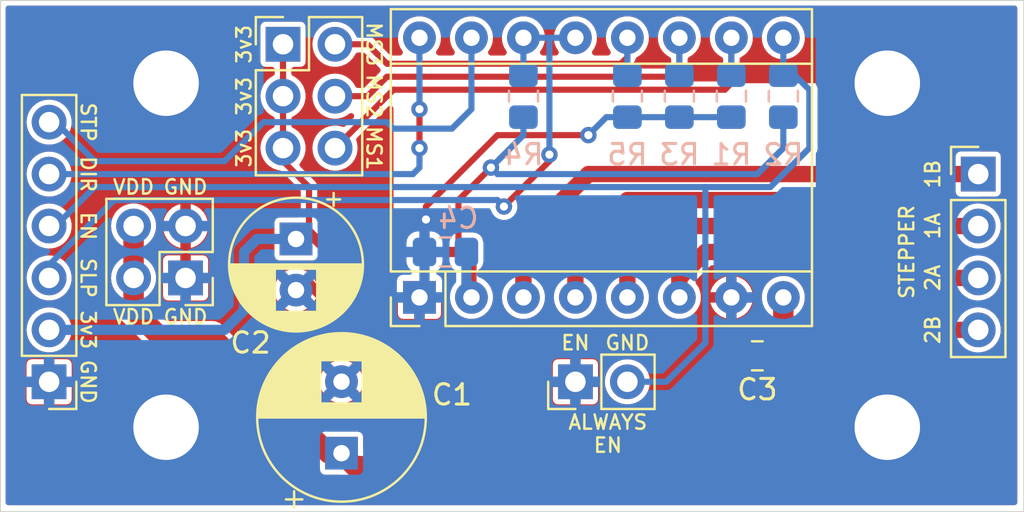
<source format=kicad_pcb>
(kicad_pcb (version 20200119) (host pcbnew "(5.99.0-1242-g240191777)")
  (layers (0 "F.Cu" signal) (31 "B.Cu" signal) (34 "B.Paste" user) (35 "F.Paste" user) (36 "B.SilkS" user) (37 "F.SilkS" user) (38 "B.Mask" user) (39 "F.Mask" user) (44 "Edge.Cuts" user))
  (net 0 "")
  (net 1 "/DIR")
  (net 2 "VDD")
  (net 3 "/STEP")
  (net 4 "GND")
  (net 5 "/SLEEP")
  (net 6 "Net-(A1-Pad6)")
  (net 7 "Net-(A1-Pad5)")
  (net 8 "Net-(A1-Pad12)")
  (net 9 "Net-(A1-Pad4)")
  (net 10 "Net-(A1-Pad11)")
  (net 11 "Net-(A1-Pad3)")
  (net 12 "Net-(A1-Pad10)")
  (net 13 "+3V3")
  (net 14 "/ENABLE")
  (module "Connector_PinHeader_2.54mm:PinHeader_1x06_P2.54mm_Vertical" (layer "F.Cu") (at 60.96 103.1875 180)
    (fp_text reference "J2" hide)
    (fp_text value "In")
    (pad "6" thru_hole oval (at 0 12.7 180) (size 1.7 1.7) (drill 1) (layers *.Cu *.Mask) (net 3 "/STEP"))
    (pad "5" thru_hole oval (at 0 10.16 180) (size 1.7 1.7) (drill 1) (layers *.Cu *.Mask) (net 1 "/DIR"))
    (pad "4" thru_hole oval (at 0 7.62 180) (size 1.7 1.7) (drill 1) (layers *.Cu *.Mask) (net 14 "/ENABLE"))
    (pad "3" thru_hole oval (at 0 5.08 180) (size 1.7 1.7) (drill 1) (layers *.Cu *.Mask) (net 5 "/SLEEP"))
    (pad "2" thru_hole oval (at 0 2.54 180) (size 1.7 1.7) (drill 1) (layers *.Cu *.Mask) (net 13 "+3V3"))
    (pad "1" thru_hole rect (at 0 0 180) (size 1.7 1.7) (drill 1) (layers *.Cu *.Mask) (net 4 "GND"))
  )
  (module "MountingHole:MountingHole_3.2mm_M3_Pad" (layer "F.Cu") (at 66.675 88.5825)
    (fp_text reference "REF**" hide)
    (fp_text value "MountingHole_3.2mm_M3_Pad" hide)
    (pad "1" thru_hole circle (at 0 0) (size 6.4 6.4) (drill 3.2) (layers *.Cu *.Mask) (net 4 "GND"))
  )
  (module "Module:Pololu_Breakout-16_15.2x20.3mm" (layer "F.Cu") (at 79.0575 99.06 90)
    (fp_text reference "A1" hide)
    (fp_text value "Pololu_Breakout_A4988")
    (pad "16" thru_hole oval (at 12.7 0 90) (size 1.6 1.6) (drill 0.8) (layers *.Cu *.Mask) (net 1 "/DIR"))
    (pad "8" thru_hole oval (at 0 17.78 90) (size 1.6 1.6) (drill 0.8) (layers *.Cu *.Mask) (net 2 "VDD"))
    (pad "15" thru_hole oval (at 12.7 2.54 90) (size 1.6 1.6) (drill 0.8) (layers *.Cu *.Mask) (net 3 "/STEP"))
    (pad "7" thru_hole oval (at 0 15.24 90) (size 1.6 1.6) (drill 0.8) (layers *.Cu *.Mask) (net 4 "GND"))
    (pad "14" thru_hole oval (at 12.7 5.08 90) (size 1.6 1.6) (drill 0.8) (layers *.Cu *.Mask) (net 5 "/SLEEP"))
    (pad "6" thru_hole oval (at 0 12.7 90) (size 1.6 1.6) (drill 0.8) (layers *.Cu *.Mask) (net 6 "Net-(A1-Pad6)"))
    (pad "13" thru_hole oval (at 12.7 7.62 90) (size 1.6 1.6) (drill 0.8) (layers *.Cu *.Mask) (net 5 "/SLEEP"))
    (pad "5" thru_hole oval (at 0 10.16 90) (size 1.6 1.6) (drill 0.8) (layers *.Cu *.Mask) (net 7 "Net-(A1-Pad5)"))
    (pad "12" thru_hole oval (at 12.7 10.16 90) (size 1.6 1.6) (drill 0.8) (layers *.Cu *.Mask) (net 8 "Net-(A1-Pad12)"))
    (pad "4" thru_hole oval (at 0 7.62 90) (size 1.6 1.6) (drill 0.8) (layers *.Cu *.Mask) (net 9 "Net-(A1-Pad4)"))
    (pad "11" thru_hole oval (at 12.7 12.7 90) (size 1.6 1.6) (drill 0.8) (layers *.Cu *.Mask) (net 10 "Net-(A1-Pad11)"))
    (pad "3" thru_hole oval (at 0 5.08 90) (size 1.6 1.6) (drill 0.8) (layers *.Cu *.Mask) (net 11 "Net-(A1-Pad3)"))
    (pad "10" thru_hole oval (at 12.7 15.24 90) (size 1.6 1.6) (drill 0.8) (layers *.Cu *.Mask) (net 12 "Net-(A1-Pad10)"))
    (pad "2" thru_hole oval (at 0 2.54 90) (size 1.6 1.6) (drill 0.8) (layers *.Cu *.Mask) (net 13 "+3V3"))
    (pad "9" thru_hole oval (at 12.7 17.78 90) (size 1.6 1.6) (drill 0.8) (layers *.Cu *.Mask) (net 14 "/ENABLE"))
    (pad "1" thru_hole rect (at 0 0 90) (size 1.6 1.6) (drill 0.8) (layers *.Cu *.Mask) (net 4 "GND"))
  )
  (module "MountingHole:MountingHole_3.2mm_M3_Pad" (layer "F.Cu") (at 66.675 105.41)
    (fp_text reference "REF**" hide)
    (fp_text value "MountingHole_3.2mm_M3_Pad" hide)
    (pad "1" thru_hole circle (at 0 0) (size 6.4 6.4) (drill 3.2) (layers *.Cu *.Mask) (net 4 "GND"))
  )
  (module "MountingHole:MountingHole_3.2mm_M3_Pad" (layer "F.Cu") (at 101.9175 105.41)
    (fp_text reference "REF**" hide)
    (fp_text value "MountingHole_3.2mm_M3_Pad" hide)
    (pad "1" thru_hole circle (at 0 0) (size 6.4 6.4) (drill 3.2) (layers *.Cu *.Mask) (net 4 "GND"))
  )
  (module "MountingHole:MountingHole_3.2mm_M3_Pad" (layer "F.Cu") (at 101.9175 88.5825)
    (fp_text reference "REF**" hide)
    (fp_text value "MountingHole_3.2mm_M3_Pad" hide)
    (pad "1" thru_hole circle (at 0 0) (size 6.4 6.4) (drill 3.2) (layers *.Cu *.Mask) (net 4 "GND"))
  )
  (module "Connector_PinHeader_2.54mm:PinHeader_2x02_P2.54mm_Vertical" (layer "F.Cu") (at 67.6275 98.1075 180)
    (fp_text reference "J1" hide)
    (fp_text value "VDD_IN")
    (pad "4" thru_hole oval (at 2.54 2.54 180) (size 1.7 1.7) (drill 1) (layers *.Cu *.Mask) (net 2 "VDD"))
    (pad "3" thru_hole oval (at 0 2.54 180) (size 1.7 1.7) (drill 1) (layers *.Cu *.Mask) (net 4 "GND"))
    (pad "2" thru_hole oval (at 2.54 0 180) (size 1.7 1.7) (drill 1) (layers *.Cu *.Mask) (net 2 "VDD"))
    (pad "1" thru_hole rect (at 0 0 180) (size 1.7 1.7) (drill 1) (layers *.Cu *.Mask) (net 4 "GND"))
  )
  (module "Resistor_SMD:R_0805_2012Metric_Pad1.15x1.40mm_HandSolder" (layer "B.Cu") (at 89.2175 89.2175 -90)
    (fp_text reference "R5" (at 2.8575 0 180) (layer "B.SilkS") (effects (justify mirror)))
    (fp_text value "10k")
    (pad "2" smd roundrect (at 1.025 0 270) (size 1.15 1.4) (layers "B.Cu" "B.Paste" "B.Mask") (roundrect_rratio 0.217391) (net 4 "GND"))
    (pad "1" smd roundrect (at -1.025 0 270) (size 1.15 1.4) (layers "B.Cu" "B.Paste" "B.Mask") (roundrect_rratio 0.217391) (net 8 "Net-(A1-Pad12)"))
  )
  (module "Resistor_SMD:R_0805_2012Metric_Pad1.15x1.40mm_HandSolder" (layer "B.Cu") (at 84.1375 89.2175 90)
    (fp_text reference "R4" (at -2.8575 0 180) (layer "B.SilkS") (effects (justify mirror)))
    (fp_text value "10k")
    (pad "2" smd roundrect (at 1.025 0 90) (size 1.15 1.4) (layers "B.Cu" "B.Paste" "B.Mask") (roundrect_rratio 0.217391) (net 5 "/SLEEP"))
    (pad "1" smd roundrect (at -1.025 0 90) (size 1.15 1.4) (layers "B.Cu" "B.Paste" "B.Mask") (roundrect_rratio 0.217391) (net 13 "+3V3"))
  )
  (module "Resistor_SMD:R_0805_2012Metric_Pad1.15x1.40mm_HandSolder" (layer "B.Cu") (at 91.7575 89.2175 -90)
    (fp_text reference "R3" (at 2.8575 0) (layer "B.SilkS") (effects (justify mirror)))
    (fp_text value "10k")
    (pad "2" smd roundrect (at 1.025 0 270) (size 1.15 1.4) (layers "B.Cu" "B.Paste" "B.Mask") (roundrect_rratio 0.217391) (net 4 "GND"))
    (pad "1" smd roundrect (at -1.025 0 270) (size 1.15 1.4) (layers "B.Cu" "B.Paste" "B.Mask") (roundrect_rratio 0.217391) (net 10 "Net-(A1-Pad11)"))
  )
  (module "Resistor_SMD:R_0805_2012Metric_Pad1.15x1.40mm_HandSolder" (layer "B.Cu") (at 96.8375 89.2175 90)
    (fp_text reference "R2" (at -2.8575 0) (layer "B.SilkS") (effects (justify mirror)))
    (fp_text value "10k")
    (pad "2" smd roundrect (at 1.025 0 90) (size 1.15 1.4) (layers "B.Cu" "B.Paste" "B.Mask") (roundrect_rratio 0.217391) (net 14 "/ENABLE"))
    (pad "1" smd roundrect (at -1.025 0 90) (size 1.15 1.4) (layers "B.Cu" "B.Paste" "B.Mask") (roundrect_rratio 0.217391) (net 13 "+3V3"))
  )
  (module "Resistor_SMD:R_0805_2012Metric_Pad1.15x1.40mm_HandSolder" (layer "B.Cu") (at 94.2975 89.2175 -90)
    (fp_text reference "R1" (at 2.8575 0 180) (layer "B.SilkS") (effects (justify mirror)))
    (fp_text value "10k")
    (pad "2" smd roundrect (at 1.025 0 270) (size 1.15 1.4) (layers "B.Cu" "B.Paste" "B.Mask") (roundrect_rratio 0.217391) (net 4 "GND"))
    (pad "1" smd roundrect (at -1.025 0 270) (size 1.15 1.4) (layers "B.Cu" "B.Paste" "B.Mask") (roundrect_rratio 0.217391) (net 12 "Net-(A1-Pad10)"))
  )
  (module "Connector_PinHeader_2.54mm:PinHeader_1x02_P2.54mm_Vertical" (layer "F.Cu") (at 86.6775 103.1875 90)
    (fp_text reference "JP1" hide)
    (fp_text value "EN_ALWAYS")
    (pad "2" thru_hole oval (at 0 2.54 90) (size 1.7 1.7) (drill 1) (layers *.Cu *.Mask) (net 14 "/ENABLE"))
    (pad "1" thru_hole rect (at 0 0 90) (size 1.7 1.7) (drill 1) (layers *.Cu *.Mask) (net 4 "GND"))
  )
  (module "Connector_PinHeader_2.54mm:PinHeader_1x04_P2.54mm_Vertical" (layer "F.Cu") (at 106.3625 93.0275)
    (fp_text reference "J4" hide)
    (fp_text value "Stepper")
    (pad "4" thru_hole oval (at 0 7.62) (size 1.7 1.7) (drill 1) (layers *.Cu *.Mask) (net 6 "Net-(A1-Pad6)"))
    (pad "3" thru_hole oval (at 0 5.08) (size 1.7 1.7) (drill 1) (layers *.Cu *.Mask) (net 7 "Net-(A1-Pad5)"))
    (pad "2" thru_hole oval (at 0 2.54) (size 1.7 1.7) (drill 1) (layers *.Cu *.Mask) (net 9 "Net-(A1-Pad4)"))
    (pad "1" thru_hole rect (at 0 0) (size 1.7 1.7) (drill 1) (layers *.Cu *.Mask) (net 11 "Net-(A1-Pad3)"))
  )
  (module "Connector_PinHeader_2.54mm:PinHeader_2x03_P2.54mm_Vertical" (layer "F.Cu") (at 72.39 86.6775)
    (fp_text reference "J3" hide)
    (fp_text value "Jumpers")
    (pad "6" thru_hole oval (at 2.54 5.08) (size 1.7 1.7) (drill 1) (layers *.Cu *.Mask) (net 12 "Net-(A1-Pad10)"))
    (pad "5" thru_hole oval (at 0 5.08) (size 1.7 1.7) (drill 1) (layers *.Cu *.Mask) (net 13 "+3V3"))
    (pad "4" thru_hole oval (at 2.54 2.54) (size 1.7 1.7) (drill 1) (layers *.Cu *.Mask) (net 10 "Net-(A1-Pad11)"))
    (pad "3" thru_hole oval (at 0 2.54) (size 1.7 1.7) (drill 1) (layers *.Cu *.Mask) (net 13 "+3V3"))
    (pad "2" thru_hole oval (at 2.54 0) (size 1.7 1.7) (drill 1) (layers *.Cu *.Mask) (net 8 "Net-(A1-Pad12)"))
    (pad "1" thru_hole rect (at 0 0) (size 1.7 1.7) (drill 1) (layers *.Cu *.Mask) (net 13 "+3V3"))
  )
  (module "Capacitor_SMD:C_0805_2012Metric_Pad1.15x1.40mm_HandSolder" (layer "B.Cu") (at 80.3275 96.8375 180)
    (fp_text reference "C4" (at -0.635 1.65) (layer "B.SilkS") (effects (justify mirror)))
    (fp_text value "C")
    (pad "2" smd roundrect (at 1.025 0 180) (size 1.15 1.4) (layers "B.Cu" "B.Paste" "B.Mask") (roundrect_rratio 0.217391) (net 4 "GND"))
    (pad "1" smd roundrect (at -1.025 0 180) (size 1.15 1.4) (layers "B.Cu" "B.Paste" "B.Mask") (roundrect_rratio 0.217391) (net 13 "+3V3"))
  )
  (module "Capacitor_SMD:C_0805_2012Metric_Pad1.15x1.40mm_HandSolder" (layer "F.Cu") (at 95.5675 101.9175 180)
    (fp_text reference "C3" (at 0 -1.65) (layer "F.SilkS"))
    (fp_text value "C")
    (pad "2" smd roundrect (at 1.025 0 180) (size 1.15 1.4) (layers "F.Cu" "F.Paste" "F.Mask") (roundrect_rratio 0.217391) (net 4 "GND"))
    (pad "1" smd roundrect (at -1.025 0 180) (size 1.15 1.4) (layers "F.Cu" "F.Paste" "F.Mask") (roundrect_rratio 0.217391) (net 2 "VDD"))
  )
  (module "Capacitor_THT:CP_Radial_D6.3mm_P2.50mm" (layer "F.Cu") (at 73.025 96.2025 -90)
    (fp_text reference "C2" (at 5.08 2.2225 180) (layer "F.SilkS"))
    (fp_text value "CP1")
    (pad "2" thru_hole circle (at 2.5 0 270) (size 1.6 1.6) (drill 0.8) (layers *.Cu *.Mask) (net 4 "GND"))
    (pad "1" thru_hole rect (at 0 0 270) (size 1.6 1.6) (drill 0.8) (layers *.Cu *.Mask) (net 13 "+3V3"))
  )
  (module "Capacitor_THT:CP_Radial_D8.0mm_P3.50mm" (layer "F.Cu") (at 75.2475 106.68 90)
    (fp_text reference "C1" (at 2.8575 5.3975 180) (layer "F.SilkS"))
    (fp_text value "CP1")
    (pad "2" thru_hole circle (at 3.5 0 90) (size 1.6 1.6) (drill 0.8) (layers *.Cu *.Mask) (net 4 "GND"))
    (pad "1" thru_hole rect (at 0 0 90) (size 1.6 1.6) (drill 0.8) (layers *.Cu *.Mask) (net 2 "VDD"))
  )
  (gr_text "STEPPER" (at 102.87 96.8375 90) (layer "F.SilkS") (effects (font (size 0.7 0.7) (thickness 0.12))))
  (gr_text "2B" (at 104.14 100.6475 90) (layer "F.SilkS") (effects (font (size 0.7 0.7) (thickness 0.12))))
  (gr_text "2A" (at 104.14 98.1075 90) (layer "F.SilkS") (effects (font (size 0.7 0.7) (thickness 0.12))))
  (gr_text "1A" (at 104.14 95.5675 90) (layer "F.SilkS") (effects (font (size 0.7 0.7) (thickness 0.12))))
  (gr_text "1B" (at 104.14 93.0275 90) (layer "F.SilkS") (effects (font (size 0.7 0.7) (thickness 0.12))))
  (gr_text "3v3" (at 70.485 91.7575 90) (layer "F.SilkS") (effects (font (size 0.7 0.7) (thickness 0.12))))
  (gr_text "3v3" (at 70.485 89.2175 90) (layer "F.SilkS") (effects (font (size 0.7 0.7) (thickness 0.12))))
  (gr_text "3v3" (at 70.485 86.6775 90) (layer "F.SilkS") (effects (font (size 0.7 0.7) (thickness 0.12))))
  (gr_text "EN" (at 86.6775 101.2825) (layer "F.SilkS") (effects (font (size 0.7 0.7) (thickness 0.12))))
  (gr_text "GND" (at 89.2175 101.2825) (layer "F.SilkS") (effects (font (size 0.7 0.7) (thickness 0.12))))
  (gr_text "MS3" (at 76.835 86.6775 270) (layer "F.SilkS") (effects (font (size 0.7 0.7) (thickness 0.12))))
  (gr_text "MS2" (at 76.835 89.2175 270) (layer "F.SilkS") (effects (font (size 0.7 0.7) (thickness 0.12))))
  (gr_text "MS1" (at 76.835 91.7575 270) (layer "F.SilkS") (effects (font (size 0.7 0.7) (thickness 0.12))))
  (gr_text "ALWAYS\nEN" (at 88.265 105.7275) (layer "F.SilkS") (effects (font (size 0.7 0.7) (thickness 0.12))))
  (gr_text "GND" (at 67.6275 100.0125) (layer "F.SilkS") (effects (font (size 0.7 0.7) (thickness 0.12))))
  (gr_text "VDD" (at 65.0875 100.0125) (layer "F.SilkS") (effects (font (size 0.7 0.7) (thickness 0.12))))
  (gr_text "GND" (at 67.6275 93.6625) (layer "F.SilkS") (effects (font (size 0.7 0.7) (thickness 0.12))))
  (gr_text "VDD" (at 65.0875 93.6625) (layer "F.SilkS") (effects (font (size 0.7 0.7) (thickness 0.12))))
  (gr_text "GND" (at 62.865 103.1875 270) (layer "F.SilkS") (effects (font (size 0.7 0.7) (thickness 0.12))))
  (gr_text "3v3" (at 62.865 100.6475 270) (layer "F.SilkS") (effects (font (size 0.7 0.7) (thickness 0.12))))
  (gr_text "SLP" (at 62.865 98.1075 270) (layer "F.SilkS") (effects (font (size 0.7 0.7) (thickness 0.12))))
  (gr_text "EN" (at 62.865 95.5675 270) (layer "F.SilkS") (effects (font (size 0.7 0.7) (thickness 0.12))))
  (gr_text "DIR" (at 62.865 93.0275 270) (layer "F.SilkS") (effects (font (size 0.7 0.7) (thickness 0.12))))
  (gr_text "STP" (at 62.865 90.4875 270) (layer "F.SilkS") (effects (font (size 0.7 0.7) (thickness 0.12))))
  (gr_line (start 108.585 109.5375) (end 58.585 109.5375) (layer "Edge.Cuts") (width 0.05))
  (gr_line (start 108.585 109.5375) (end 108.585 84.5375) (layer "Edge.Cuts") (width 0.05))
  (gr_line (start 58.585 84.5375) (end 108.585 84.5375) (layer "Edge.Cuts") (width 0.05))
  (gr_line (start 58.585 109.5375) (end 58.585 84.5375) (layer "Edge.Cuts") (width 0.05))
  (segment (start 69.5325 100.6475) (end 70.485 99.695) (width 0.5) (layer "B.Cu") (net 13))
  (segment (start 60.96 100.6475) (end 69.5325 100.6475) (width 0.5) (layer "B.Cu") (net 13))
  (segment (start 70.485 99.695) (end 70.485 96.8375) (width 0.5) (layer "B.Cu") (net 13))
  (segment (start 70.485 96.8375) (end 71.12 96.2025) (width 0.5) (layer "B.Cu") (net 13))
  (segment (start 71.12 96.2025) (end 73.025 96.2025) (width 0.5) (layer "B.Cu") (net 13))
  (segment (start 89.2175 87.3125) (end 89.2175 86.36) (width 0.3) (layer "F.Cu") (net 8))
  (segment (start 88.9 87.63) (end 89.2175 87.3125) (width 0.3) (layer "F.Cu") (net 8))
  (segment (start 76.5175 86.6775) (end 77.47 87.63) (width 0.3) (layer "F.Cu") (net 8))
  (segment (start 74.93 86.6775) (end 76.5175 86.6775) (width 0.3) (layer "F.Cu") (net 8))
  (segment (start 77.47 87.63) (end 88.9 87.63) (width 0.3) (layer "F.Cu") (net 8))
  (segment (start 91.7575 87.9475) (end 91.7575 86.36) (width 0.3) (layer "F.Cu") (net 10))
  (segment (start 91.44 88.265) (end 91.7575 87.9475) (width 0.3) (layer "F.Cu") (net 10))
  (segment (start 77.47 88.265) (end 91.44 88.265) (width 0.3) (layer "F.Cu") (net 10))
  (segment (start 74.93 89.2175) (end 76.5175 89.2175) (width 0.3) (layer "F.Cu") (net 10))
  (segment (start 76.5175 89.2175) (end 77.47 88.265) (width 0.3) (layer "F.Cu") (net 10))
  (segment (start 94.2975 88.5825) (end 94.2975 86.36) (width 0.3) (layer "F.Cu") (net 12))
  (segment (start 93.98 88.9) (end 94.2975 88.5825) (width 0.3) (layer "F.Cu") (net 12))
  (segment (start 74.93 91.7575) (end 77.47 89.2175) (width 0.3) (layer "F.Cu") (net 12))
  (segment (start 77.7875 88.9) (end 93.98 88.9) (width 0.3) (layer "F.Cu") (net 12))
  (segment (start 77.47 89.2175) (end 77.7875 88.9) (width 0.3) (layer "F.Cu") (net 12))
  (segment (start 89.2175 86.36) (end 89.2175 88.1925) (width 0.3) (layer "B.Cu") (net 8))
  (segment (start 91.7575 86.36) (end 91.7575 88.1925) (width 0.3) (layer "B.Cu") (net 10))
  (segment (start 94.2975 86.36) (end 94.2975 88.1925) (width 0.3) (layer "B.Cu") (net 12))
  (segment (start 74.93 106.68) (end 75.2475 106.68) (width 1) (layer "F.Cu") (net 2))
  (segment (start 75.2475 106.68) (end 74.6125 106.68) (width 1) (layer "F.Cu") (net 2))
  (segment (start 66.3575 100.965) (end 65.7225 100.33) (width 1) (layer "F.Cu") (net 2))
  (segment (start 68.8975 100.965) (end 66.3575 100.965) (width 1) (layer "F.Cu") (net 2))
  (segment (start 74.6125 106.68) (end 68.8975 100.965) (width 1) (layer "F.Cu") (net 2))
  (segment (start 65.0875 99.695) (end 65.7225 100.33) (width 1) (layer "F.Cu") (net 2))
  (segment (start 65.0875 98.1075) (end 65.0875 99.695) (width 1) (layer "F.Cu") (net 2))
  (segment (start 65.0875 95.5675) (end 65.0875 98.1075) (width 1) (layer "F.Cu") (net 2))
  (segment (start 74.335 99.06) (end 73.66 98.385) (width 0.5) (layer "F.Cu") (net 4))
  (segment (start 79.0575 99.06) (end 74.335 99.06) (width 0.5) (layer "F.Cu") (net 4))
  (segment (start 73.3025 98.385) (end 73.66 98.385) (width 0.5) (layer "F.Cu") (net 4))
  (segment (start 73.66 93.6625) (end 73.66 95.885) (width 0.3) (layer "F.Cu") (net 13))
  (segment (start 72.39 92.3925) (end 73.66 93.6625) (width 0.3) (layer "F.Cu") (net 13))
  (segment (start 72.39 91.7575) (end 72.39 92.3925) (width 0.3) (layer "F.Cu") (net 13))
  (segment (start 72.39 91.7575) (end 72.39 89.2175) (width 0.3) (layer "F.Cu") (net 13))
  (segment (start 72.39 89.2175) (end 72.39 86.6775) (width 0.3) (layer "F.Cu") (net 13))
  (segment (start 79.3025 98.815) (end 79.0575 99.06) (width 0.5) (layer "B.Cu") (net 4))
  (segment (start 79.3025 96.8375) (end 79.3025 98.815) (width 0.5) (layer "B.Cu") (net 4))
  (segment (start 81.3525 98.815) (end 81.5975 99.06) (width 0.5) (layer "B.Cu") (net 13))
  (segment (start 81.3525 96.8375) (end 81.3525 98.815) (width 0.5) (layer "B.Cu") (net 13))
  (segment (start 61.2775 95.5675) (end 63.1825 93.6625) (width 0.3) (layer "B.Cu") (net 14))
  (segment (start 96.2025 93.6625) (end 98.1075 91.7575) (width 0.3) (layer "B.Cu") (net 14))
  (segment (start 60.96 95.5675) (end 61.2775 95.5675) (width 0.3) (layer "B.Cu") (net 14))
  (segment (start 96.8375 88.1925) (end 96.8375 86.36) (width 0.3) (layer "B.Cu") (net 14))
  (segment (start 98.1075 88.9) (end 98.1075 91.7575) (width 0.3) (layer "B.Cu") (net 14))
  (segment (start 97.4 88.1925) (end 98.1075 88.9) (width 0.3) (layer "B.Cu") (net 14))
  (segment (start 96.8375 88.1925) (end 97.4 88.1925) (width 0.3) (layer "B.Cu") (net 14))
  (segment (start 60.96 98.1075) (end 60.96 97.4725) (width 0.3) (layer "B.Cu") (net 5))
  (via (at 83.185 94.615) (size 0.8) (drill 0.4) (layers "F.Cu" "B.Cu") (net 5))
  (segment (start 64.135 94.2975) (end 82.8675 94.2975) (width 0.3) (layer "B.Cu") (net 5))
  (segment (start 82.8675 94.2975) (end 83.185 94.615) (width 0.3) (layer "B.Cu") (net 5))
  (segment (start 60.96 97.4725) (end 64.135 94.2975) (width 0.3) (layer "B.Cu") (net 5))
  (segment (start 85.4075 92.3925) (end 85.4075 92.075) (width 0.3) (layer "F.Cu") (net 5))
  (via (at 85.4075 92.075) (size 0.8) (drill 0.4) (layers "F.Cu" "B.Cu") (net 5))
  (segment (start 83.185 94.615) (end 85.4075 92.3925) (width 0.3) (layer "F.Cu") (net 5))
  (segment (start 86.6775 86.36) (end 84.1375 86.36) (width 0.3) (layer "B.Cu") (net 5))
  (segment (start 85.4075 92.075) (end 85.4075 86.36) (width 0.3) (layer "B.Cu") (net 5))
  (segment (start 84.1375 88.1925) (end 84.1375 86.36) (width 0.3) (layer "B.Cu") (net 5))
  (segment (start 94.2975 90.2425) (end 89.2175 90.2425) (width 0.3) (layer "B.Cu") (net 4))
  (via (at 87.3125 91.1225) (size 0.8) (drill 0.4) (layers "F.Cu" "B.Cu") (net 4))
  (segment (start 88.1925 90.2425) (end 87.3125 91.1225) (width 0.3) (layer "B.Cu") (net 4))
  (segment (start 82.8675 91.1225) (end 79.375 94.615) (width 0.3) (layer "F.Cu") (net 4))
  (segment (start 87.3125 91.1225) (end 82.8675 91.1225) (width 0.3) (layer "F.Cu") (net 4))
  (segment (start 89.2175 90.2425) (end 88.1925 90.2425) (width 0.3) (layer "B.Cu") (net 4))
  (segment (start 81.5975 97.4725) (end 81.5975 99.06) (width 0.5) (layer "F.Cu") (net 13))
  (segment (start 80.9625 96.8375) (end 81.5975 97.4725) (width 0.5) (layer "F.Cu") (net 13))
  (segment (start 73.66 95.885) (end 74.6125 96.8375) (width 0.5) (layer "F.Cu") (net 13))
  (segment (start 74.6125 96.8375) (end 80.9625 96.8375) (width 0.5) (layer "F.Cu") (net 13))
  (segment (start 79.375 95.25) (end 79.375 96.765) (width 0.3) (layer "B.Cu") (net 4))
  (via (at 79.375 95.25) (size 0.8) (drill 0.4) (layers "F.Cu" "B.Cu") (net 4))
  (segment (start 79.375 96.765) (end 79.3025 96.8375) (width 0.3) (layer "B.Cu") (net 4))
  (segment (start 79.375 94.615) (end 79.375 95.25) (width 0.3) (layer "F.Cu") (net 4))
  (segment (start 84.1375 90.2425) (end 83.7475 90.2425) (width 0.3) (layer "B.Cu") (net 13))
  (segment (start 82.55 92.71) (end 80.9625 94.2975) (width 0.3) (layer "F.Cu") (net 13))
  (segment (start 80.9625 94.2975) (end 80.9625 96.8375) (width 0.3) (layer "F.Cu") (net 13))
  (via (at 82.55 92.71) (size 0.8) (drill 0.4) (layers "F.Cu" "B.Cu") (net 13))
  (segment (start 84.1375 91.1225) (end 82.55 92.71) (width 0.3) (layer "B.Cu") (net 13))
  (segment (start 84.1375 90.2425) (end 84.1375 91.1225) (width 0.3) (layer "B.Cu") (net 13))
  (segment (start 95.5675 93.0275) (end 96.8375 91.7575) (width 0.3) (layer "B.Cu") (net 13))
  (segment (start 96.8375 91.7575) (end 96.8375 90.2425) (width 0.3) (layer "B.Cu") (net 13))
  (segment (start 82.55 92.71) (end 82.8675 93.0275) (width 0.3) (layer "B.Cu") (net 13))
  (segment (start 82.8675 93.0275) (end 95.5675 93.0275) (width 0.3) (layer "B.Cu") (net 13))
  (segment (start 96.8375 105.7275) (end 96.8375 99.06) (width 1) (layer "F.Cu") (net 2))
  (segment (start 95.25 107.315) (end 96.8375 105.7275) (width 1) (layer "F.Cu") (net 2))
  (segment (start 75.2475 106.68) (end 75.8825 107.315) (width 1) (layer "F.Cu") (net 2))
  (segment (start 75.8825 107.315) (end 95.25 107.315) (width 1) (layer "F.Cu") (net 2))
  (segment (start 81.915 103.1875) (end 86.6775 103.1875) (width 0.3) (layer "B.Cu") (net 4))
  (segment (start 79.0575 100.33) (end 81.915 103.1875) (width 0.3) (layer "B.Cu") (net 4))
  (segment (start 79.0575 99.06) (end 79.0575 100.33) (width 0.3) (layer "B.Cu") (net 4))
  (segment (start 93.0275 101.2825) (end 93.0275 93.6625) (width 0.3) (layer "B.Cu") (net 14))
  (segment (start 91.1225 103.1875) (end 93.0275 101.2825) (width 0.3) (layer "B.Cu") (net 14))
  (segment (start 93.0275 93.6625) (end 96.2025 93.6625) (width 0.3) (layer "B.Cu") (net 14))
  (segment (start 89.2175 103.1875) (end 91.1225 103.1875) (width 0.3) (layer "B.Cu") (net 14))
  (segment (start 63.1825 93.6625) (end 93.0275 93.6625) (width 0.3) (layer "B.Cu") (net 14))
  (segment (start 81.5975 89.8525) (end 81.5975 86.36) (width 0.3) (layer "B.Cu") (net 3))
  (segment (start 80.9625 90.4875) (end 81.5975 89.8525) (width 0.3) (layer "B.Cu") (net 3))
  (segment (start 61.2775 90.4875) (end 63.1825 92.3925) (width 0.3) (layer "B.Cu") (net 3))
  (segment (start 60.96 90.4875) (end 61.2775 90.4875) (width 0.3) (layer "B.Cu") (net 3))
  (segment (start 69.5325 92.3925) (end 71.4375 90.4875) (width 0.3) (layer "B.Cu") (net 3))
  (segment (start 63.1825 92.3925) (end 69.5325 92.3925) (width 0.3) (layer "B.Cu") (net 3))
  (via (at 79.0575 91.7575) (size 0.8) (drill 0.4) (layers "F.Cu" "B.Cu") (net 1))
  (segment (start 79.0575 91.7575) (end 79.0575 92.71) (width 0.3) (layer "B.Cu") (net 1))
  (segment (start 78.74 93.0275) (end 60.96 93.0275) (width 0.3) (layer "B.Cu") (net 1))
  (segment (start 79.0575 92.71) (end 78.74 93.0275) (width 0.3) (layer "B.Cu") (net 1))
  (segment (start 77.47 90.4875) (end 71.4375 90.4875) (width 0.3) (layer "B.Cu") (net 3))
  (segment (start 77.7875 90.805) (end 77.47 90.4875) (width 0.3) (layer "B.Cu") (net 3))
  (segment (start 80.645 90.805) (end 78.74 90.805) (width 0.3) (layer "B.Cu") (net 3))
  (segment (start 80.9625 90.4875) (end 80.645 90.805) (width 0.3) (layer "B.Cu") (net 3))
  (segment (start 78.74 90.805) (end 77.7875 90.805) (width 0.3) (layer "B.Cu") (net 3))
  (segment (start 79.0575 89.8525) (end 79.0575 86.36) (width 0.3) (layer "B.Cu") (net 1))
  (via (at 79.0575 89.8525) (size 0.8) (drill 0.4) (layers "F.Cu" "B.Cu") (net 1))
  (segment (start 79.0575 91.7575) (end 79.0575 89.8525) (width 0.3) (layer "F.Cu") (net 1))
  (segment (start 87.3125 93.0275) (end 84.1375 96.2025) (width 0.8) (layer "F.Cu") (net 11))
  (segment (start 106.189187 93.0275) (end 87.3125 93.0275) (width 0.8) (layer "F.Cu") (net 11))
  (segment (start 86.6775 96.8375) (end 86.6775 99.06) (width 0.8) (layer "F.Cu") (net 9))
  (segment (start 102.235 94.2975) (end 89.2175 94.2975) (width 0.8) (layer "F.Cu") (net 9))
  (segment (start 103.505 95.5675) (end 102.235 94.2975) (width 0.8) (layer "F.Cu") (net 9))
  (segment (start 89.2175 97.155) (end 89.2175 99.06) (width 0.8) (layer "F.Cu") (net 7))
  (segment (start 90.805 95.5675) (end 89.2175 97.155) (width 0.8) (layer "F.Cu") (net 7))
  (segment (start 100.6475 95.5675) (end 90.805 95.5675) (width 0.8) (layer "F.Cu") (net 7))
  (segment (start 103.505 100.6475) (end 106.189187 100.6475) (width 0.8) (layer "F.Cu") (net 6))
  (segment (start 91.7575 99.06) (end 91.7575 98.1075) (width 0.8) (layer "F.Cu") (net 6))
  (segment (start 91.7575 98.1075) (end 93.0275 96.8375) (width 0.8) (layer "F.Cu") (net 6))
  (segment (start 89.2175 94.2975) (end 86.6775 96.8375) (width 0.8) (layer "F.Cu") (net 9))
  (segment (start 93.0275 96.8375) (end 99.695 96.8375) (width 0.8) (layer "F.Cu") (net 6))
  (segment (start 106.189187 95.5675) (end 103.505 95.5675) (width 0.8) (layer "F.Cu") (net 9))
  (segment (start 99.695 96.8375) (end 103.505 100.6475) (width 0.8) (layer "F.Cu") (net 6))
  (segment (start 84.1375 96.2025) (end 84.1375 99.06) (width 0.8) (layer "F.Cu") (net 11))
  (segment (start 106.189187 98.1075) (end 103.1875 98.1075) (width 0.8) (layer "F.Cu") (net 7))
  (segment (start 103.1875 98.1075) (end 100.6475 95.5675) (width 0.8) (layer "F.Cu") (net 7))
  (zone (net 4) (net_name "GND") (layer "B.Cu") (connect_pads (clearance 0.25)) (min_thickness 0.25) (fill yes (thermal_gap 0.3) (thermal_bridge_width 0.508))
    (polygon (pts (xy 108.2675 109.22) (xy 58.7375 109.22) (xy 58.7375 84.7725) (xy 108.2675 84.7725)))
    (polygon (pts (xy 71.4375 86.36) (xy 71.4375 93.6625) (xy 98.425 93.6625) (xy 98.425 86.36)))
  )
  (zone (net 4) (net_name "GND") (layer "F.Cu") (connect_pads (clearance 0.25)) (min_thickness 0.3) (fill yes (thermal_gap 0.25) (thermal_bridge_width 0.508))
    (polygon (pts (xy 108.2675 109.22) (xy 58.7375 109.22) (xy 58.7375 84.7725) (xy 108.2675 84.7725)))
    (polygon (pts (xy 104.4575 91.7575) (xy 104.4575 101.9175) (xy 106.3625 101.9175) (xy 106.3625 91.7575)))
    (polygon (pts (xy 77.7875 88.5825) (xy 77.7875 99.06) (xy 91.7575 99.06) (xy 91.7575 97.155) (xy 101.9175 97.155) (xy 101.9175 88.5825)))
  )
)
</source>
